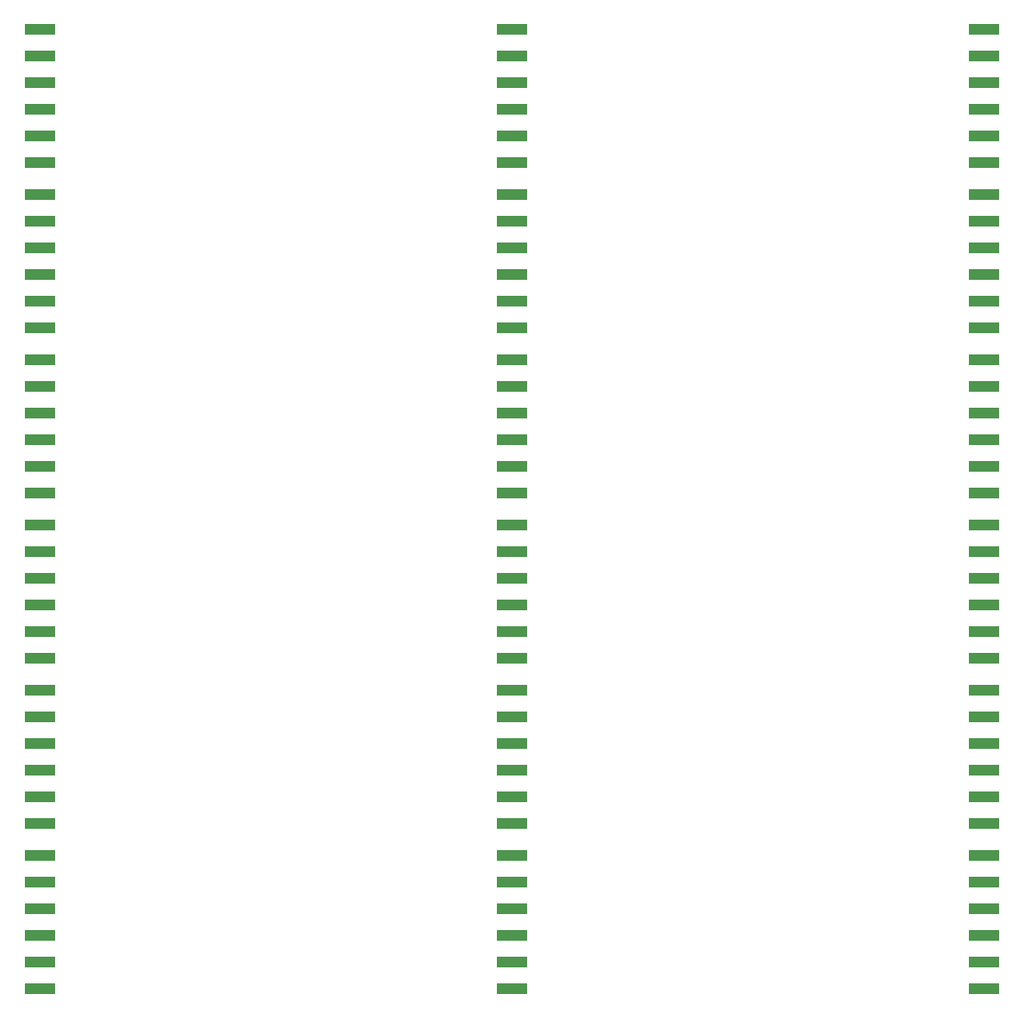
<source format=gbp>
%TF.GenerationSoftware,KiCad,Pcbnew,7.0.6*%
%TF.CreationDate,2023-11-19T12:44:13-07:00*%
%TF.ProjectId,SparkFun_BlueSMiRF-ESP32_panelized,53706172-6b46-4756-9e5f-426c7565534d,rev?*%
%TF.SameCoordinates,Original*%
%TF.FileFunction,Paste,Bot*%
%TF.FilePolarity,Positive*%
%FSLAX46Y46*%
G04 Gerber Fmt 4.6, Leading zero omitted, Abs format (unit mm)*
G04 Created by KiCad (PCBNEW 7.0.6) date 2023-11-19 12:44:13*
%MOMM*%
%LPD*%
G01*
G04 APERTURE LIST*
%ADD10R,3.000000X1.000000*%
G04 APERTURE END LIST*
D10*
%TO.C,J1*%
X121730000Y29710000D03*
X121730000Y27170000D03*
X121730000Y24630000D03*
X121730000Y22090000D03*
X121730000Y19550000D03*
X121730000Y17010000D03*
%TD*%
%TO.C,J1*%
X121730000Y61190000D03*
X121730000Y58650000D03*
X121730000Y56110000D03*
X121730000Y53570000D03*
X121730000Y51030000D03*
X121730000Y48490000D03*
%TD*%
%TO.C,J1*%
X121730000Y92670000D03*
X121730000Y90130000D03*
X121730000Y87590000D03*
X121730000Y85050000D03*
X121730000Y82510000D03*
X121730000Y79970000D03*
%TD*%
%TO.C,J1*%
X31830000Y45450000D03*
X31830000Y42910000D03*
X31830000Y40370000D03*
X31830000Y37830000D03*
X31830000Y35290000D03*
X31830000Y32750000D03*
%TD*%
%TO.C,J1*%
X31830000Y29710000D03*
X31830000Y27170000D03*
X31830000Y24630000D03*
X31830000Y22090000D03*
X31830000Y19550000D03*
X31830000Y17010000D03*
%TD*%
%TO.C,J1*%
X76780000Y76930000D03*
X76780000Y74390000D03*
X76780000Y71850000D03*
X76780000Y69310000D03*
X76780000Y66770000D03*
X76780000Y64230000D03*
%TD*%
%TO.C,J1*%
X31830000Y76930000D03*
X31830000Y74390000D03*
X31830000Y71850000D03*
X31830000Y69310000D03*
X31830000Y66770000D03*
X31830000Y64230000D03*
%TD*%
%TO.C,J1*%
X31830000Y61190000D03*
X31830000Y58650000D03*
X31830000Y56110000D03*
X31830000Y53570000D03*
X31830000Y51030000D03*
X31830000Y48490000D03*
%TD*%
%TO.C,J1*%
X76780000Y13970000D03*
X76780000Y11430000D03*
X76780000Y8890000D03*
X76780000Y6350000D03*
X76780000Y3810000D03*
X76780000Y1270000D03*
%TD*%
%TO.C,J1*%
X76780000Y29710000D03*
X76780000Y27170000D03*
X76780000Y24630000D03*
X76780000Y22090000D03*
X76780000Y19550000D03*
X76780000Y17010000D03*
%TD*%
%TO.C,J1*%
X31830000Y92670000D03*
X31830000Y90130000D03*
X31830000Y87590000D03*
X31830000Y85050000D03*
X31830000Y82510000D03*
X31830000Y79970000D03*
%TD*%
%TO.C,J1*%
X76780000Y45450000D03*
X76780000Y42910000D03*
X76780000Y40370000D03*
X76780000Y37830000D03*
X76780000Y35290000D03*
X76780000Y32750000D03*
%TD*%
%TO.C,J1*%
X76780000Y61190000D03*
X76780000Y58650000D03*
X76780000Y56110000D03*
X76780000Y53570000D03*
X76780000Y51030000D03*
X76780000Y48490000D03*
%TD*%
%TO.C,J1*%
X76780000Y92670000D03*
X76780000Y90130000D03*
X76780000Y87590000D03*
X76780000Y85050000D03*
X76780000Y82510000D03*
X76780000Y79970000D03*
%TD*%
%TO.C,J1*%
X121730000Y13970000D03*
X121730000Y11430000D03*
X121730000Y8890000D03*
X121730000Y6350000D03*
X121730000Y3810000D03*
X121730000Y1270000D03*
%TD*%
%TO.C,J1*%
X121730000Y45450000D03*
X121730000Y42910000D03*
X121730000Y40370000D03*
X121730000Y37830000D03*
X121730000Y35290000D03*
X121730000Y32750000D03*
%TD*%
%TO.C,J1*%
X121730000Y76930000D03*
X121730000Y74390000D03*
X121730000Y71850000D03*
X121730000Y69310000D03*
X121730000Y66770000D03*
X121730000Y64230000D03*
%TD*%
%TO.C,J1*%
X31830000Y13970000D03*
X31830000Y11430000D03*
X31830000Y8890000D03*
X31830000Y6350000D03*
X31830000Y3810000D03*
X31830000Y1270000D03*
%TD*%
M02*

</source>
